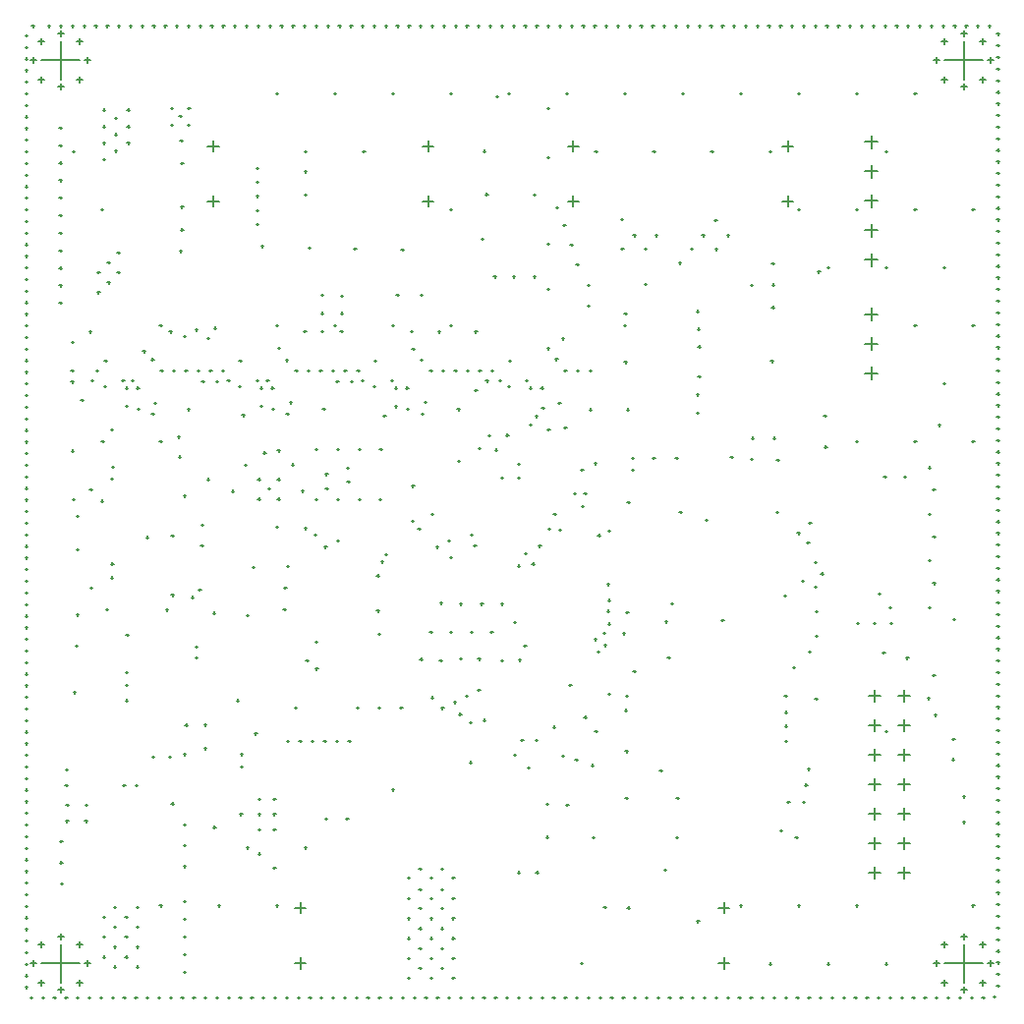
<source format=gbr>
G04*
G04 #@! TF.GenerationSoftware,Altium Limited,Altium Designer,24.1.2 (44)*
G04*
G04 Layer_Color=128*
%FSLAX44Y44*%
%MOMM*%
G71*
G04*
G04 #@! TF.SameCoordinates,1E1B0E3F-32AE-4E86-94FA-F8EE38DC9C5D*
G04*
G04*
G04 #@! TF.FilePolarity,Positive*
G04*
G01*
G75*
%ADD19C,0.1270*%
D19*
X729103Y642165D02*
X740103D01*
X734603Y636665D02*
Y647665D01*
X729103Y667565D02*
X740103D01*
X734603Y662065D02*
Y673065D01*
X729103Y692965D02*
X740103D01*
X734603Y687465D02*
Y698465D01*
X729103Y718365D02*
X740103D01*
X734603Y712865D02*
Y723865D01*
X729103Y743765D02*
X740103D01*
X734603Y738265D02*
Y749265D01*
X729103Y544597D02*
X740103D01*
X734603Y539097D02*
Y550097D01*
X729103Y569997D02*
X740103D01*
X734603Y564497D02*
Y575497D01*
X729103Y595397D02*
X740103D01*
X734603Y589897D02*
Y600897D01*
X472753Y739997D02*
X482253D01*
X477503Y735247D02*
Y744747D01*
X657753Y739997D02*
X667253D01*
X662503Y735247D02*
Y744747D01*
X472753Y692497D02*
X482253D01*
X477503Y687747D02*
Y697247D01*
X657753Y692497D02*
X667253D01*
X662503Y687747D02*
Y697247D01*
X347753Y692497D02*
X357253D01*
X352503Y687747D02*
Y697247D01*
X162753Y692497D02*
X172253D01*
X167503Y687747D02*
Y697247D01*
X347753Y739997D02*
X357253D01*
X352503Y735247D02*
Y744747D01*
X162753Y739997D02*
X172253D01*
X167503Y735247D02*
Y744747D01*
X206253Y177497D02*
X208253D01*
X207253Y176497D02*
Y178497D01*
X219253Y177497D02*
X221253D01*
X220253Y176497D02*
Y178497D01*
X206253Y164497D02*
X208253D01*
X207253Y163497D02*
Y165497D01*
X219253Y164497D02*
X221253D01*
X220253Y163497D02*
Y165497D01*
X206253Y151497D02*
X208253D01*
X207253Y150497D02*
Y152497D01*
X219253Y151497D02*
X221253D01*
X220253Y150497D02*
Y152497D01*
X757603Y215397D02*
X767803D01*
X762703Y210297D02*
Y220497D01*
X757603Y189997D02*
X767803D01*
X762703Y184897D02*
Y195097D01*
X732203Y266197D02*
X742403D01*
X737303Y261097D02*
Y271297D01*
X757603Y266197D02*
X767803D01*
X762703Y261097D02*
Y271297D01*
X732203Y240797D02*
X742403D01*
X737303Y235697D02*
Y245897D01*
X757603Y240797D02*
X767803D01*
X762703Y235697D02*
Y245897D01*
X732203Y215397D02*
X742403D01*
X737303Y210297D02*
Y220497D01*
X732203Y189997D02*
X742403D01*
X737303Y184897D02*
Y195097D01*
X732203Y164597D02*
X742403D01*
X737303Y159497D02*
Y169697D01*
X757603Y164597D02*
X767803D01*
X762703Y159497D02*
Y169697D01*
X732203Y139197D02*
X742403D01*
X737303Y134097D02*
Y144297D01*
X757603Y139197D02*
X767803D01*
X762703Y134097D02*
Y144297D01*
X732203Y113797D02*
X742403D01*
X737303Y108697D02*
Y118897D01*
X757603Y113797D02*
X767803D01*
X762703Y108697D02*
Y118897D01*
X602753Y36197D02*
X612253D01*
X607503Y31447D02*
Y40947D01*
X237753Y83797D02*
X247253D01*
X242503Y79047D02*
Y88547D01*
X602753Y83797D02*
X612253D01*
X607503Y79047D02*
Y88547D01*
X237753Y36197D02*
X247253D01*
X242503Y31447D02*
Y40947D01*
X17063Y52437D02*
X22063D01*
X19563Y49937D02*
Y54937D01*
X49943Y19557D02*
X54943D01*
X52443Y17057D02*
Y22057D01*
X17063Y19557D02*
X22063D01*
X19563Y17057D02*
Y22057D01*
X49943Y52437D02*
X54943D01*
X52443Y49937D02*
Y54937D01*
X56753Y35997D02*
X61753D01*
X59253Y33497D02*
Y38497D01*
X33503Y13137D02*
X38503D01*
X36003Y10637D02*
Y15637D01*
X10253Y35997D02*
X15253D01*
X12753Y33497D02*
Y38497D01*
X33503Y59247D02*
X38503D01*
X36003Y56747D02*
Y61747D01*
X19503Y35997D02*
X52503D01*
X36003Y19497D02*
Y52497D01*
X795063Y52437D02*
X800063D01*
X797563Y49937D02*
Y54937D01*
X827943Y19557D02*
X832943D01*
X830443Y17057D02*
Y22057D01*
X795063Y19557D02*
X800063D01*
X797563Y17057D02*
Y22057D01*
X827943Y52437D02*
X832943D01*
X830443Y49937D02*
Y54937D01*
X834753Y35997D02*
X839753D01*
X837253Y33497D02*
Y38497D01*
X811503Y13137D02*
X816503D01*
X814003Y10637D02*
Y15637D01*
X788253Y35997D02*
X793253D01*
X790753Y33497D02*
Y38497D01*
X811503Y59247D02*
X816503D01*
X814003Y56747D02*
Y61747D01*
X797503Y35997D02*
X830503D01*
X814003Y19497D02*
Y52497D01*
X17063Y830437D02*
X22063D01*
X19563Y827937D02*
Y832937D01*
X49943Y797557D02*
X54943D01*
X52443Y795057D02*
Y800057D01*
X17063Y797557D02*
X22063D01*
X19563Y795057D02*
Y800057D01*
X49943Y830437D02*
X54943D01*
X52443Y827937D02*
Y832937D01*
X56753Y813997D02*
X61753D01*
X59253Y811497D02*
Y816497D01*
X33503Y791137D02*
X38503D01*
X36003Y788637D02*
Y793637D01*
X10253Y813997D02*
X15253D01*
X12753Y811497D02*
Y816497D01*
X33503Y837247D02*
X38503D01*
X36003Y834747D02*
Y839747D01*
X19503Y813997D02*
X52503D01*
X36003Y797497D02*
Y830497D01*
X795063Y830437D02*
X800063D01*
X797563Y827937D02*
Y832937D01*
X827943Y797557D02*
X832943D01*
X830443Y795057D02*
Y800057D01*
X795063Y797557D02*
X800063D01*
X797563Y795057D02*
Y800057D01*
X827943Y830437D02*
X832943D01*
X830443Y827937D02*
Y832937D01*
X834753Y813997D02*
X839753D01*
X837253Y811497D02*
Y816497D01*
X811503Y791137D02*
X816503D01*
X814003Y788637D02*
Y793637D01*
X788253Y813997D02*
X793253D01*
X790753Y811497D02*
Y816497D01*
X811503Y837247D02*
X816503D01*
X814003Y834747D02*
Y839747D01*
X797503Y813997D02*
X830503D01*
X814003Y797497D02*
Y830497D01*
X835321Y843614D02*
X837321D01*
X836321Y842614D02*
Y844614D01*
X842620Y526780D02*
X844620D01*
X843620Y525779D02*
Y527780D01*
X5386Y35503D02*
X7386D01*
X6386Y34504D02*
Y36504D01*
X842620Y586779D02*
X844620D01*
X843620Y585779D02*
Y587779D01*
X5386Y645502D02*
X7386D01*
X6386Y644502D02*
Y646502D01*
X5386Y425503D02*
X7386D01*
X6386Y424503D02*
Y426503D01*
X5386Y405503D02*
X7386D01*
X6386Y404503D02*
Y406503D01*
X739856Y6379D02*
X741857D01*
X740856Y5379D02*
Y7379D01*
X249858Y6379D02*
X251857D01*
X250858Y5379D02*
Y7379D01*
X459857Y6379D02*
X461857D01*
X460857Y5379D02*
Y7379D01*
X659857Y6379D02*
X661857D01*
X660857Y5379D02*
Y7379D01*
X842620Y406780D02*
X844620D01*
X843620Y405780D02*
Y407780D01*
X315322Y843614D02*
X317322D01*
X316322Y842614D02*
Y844614D01*
X25323Y843614D02*
X27323D01*
X26323Y842614D02*
Y844614D01*
X729856Y6379D02*
X731857D01*
X730856Y5379D02*
Y7379D01*
X415322Y843614D02*
X417322D01*
X416322Y842614D02*
Y844614D01*
X5386Y335503D02*
X7386D01*
X6386Y334503D02*
Y336503D01*
X399857Y6379D02*
X401857D01*
X400857Y5379D02*
Y7379D01*
X842620Y306780D02*
X844620D01*
X843620Y305780D02*
Y307780D01*
X245322Y843614D02*
X247322D01*
X246322Y842614D02*
Y844614D01*
X495322Y843614D02*
X497322D01*
X496322Y842614D02*
Y844614D01*
X5386Y715502D02*
X7386D01*
X6386Y714502D02*
Y716502D01*
X5386Y385503D02*
X7386D01*
X6386Y384503D02*
Y386503D01*
X5386Y255503D02*
X7386D01*
X6386Y254503D02*
Y256503D01*
X5386Y835502D02*
X7386D01*
X6386Y834502D02*
Y836502D01*
X842620Y156780D02*
X844620D01*
X843620Y155780D02*
Y157780D01*
X805321Y843614D02*
X807321D01*
X806321Y842614D02*
Y844614D01*
X429857Y6379D02*
X431857D01*
X430857Y5379D02*
Y7379D01*
X99858Y6379D02*
X101858D01*
X100858Y5379D02*
Y7379D01*
X735321Y843614D02*
X737321D01*
X736321Y842614D02*
Y844614D01*
X842620Y186780D02*
X844620D01*
X843620Y185780D02*
Y187780D01*
X65323Y843614D02*
X67323D01*
X66323Y842614D02*
Y844614D01*
X159858Y6379D02*
X161858D01*
X160858Y5379D02*
Y7379D01*
X5386Y545503D02*
X7386D01*
X6386Y544502D02*
Y546502D01*
X439857Y6379D02*
X441857D01*
X440857Y5379D02*
Y7379D01*
X279857Y6379D02*
X281857D01*
X280857Y5379D02*
Y7379D01*
X842620Y216780D02*
X844620D01*
X843620Y215780D02*
Y217780D01*
X395322Y843614D02*
X397322D01*
X396322Y842614D02*
Y844614D01*
X629857Y6379D02*
X631857D01*
X630857Y5379D02*
Y7379D01*
X365322Y843614D02*
X367322D01*
X366322Y842614D02*
Y844614D01*
X325322Y843614D02*
X327322D01*
X326322Y842614D02*
Y844614D01*
X5386Y305503D02*
X7386D01*
X6386Y304503D02*
Y306503D01*
X29858Y6379D02*
X31858D01*
X30858Y5379D02*
Y7379D01*
X389857Y6379D02*
X391857D01*
X390857Y5379D02*
Y7379D01*
X5386Y775502D02*
X7386D01*
X6386Y774502D02*
Y776502D01*
X5386Y735502D02*
X7386D01*
X6386Y734502D02*
Y736502D01*
X5386Y665502D02*
X7386D01*
X6386Y664502D02*
Y666502D01*
X469857Y6379D02*
X471857D01*
X470857Y5379D02*
Y7379D01*
X559857Y6379D02*
X561857D01*
X560857Y5379D02*
Y7379D01*
X842620Y616779D02*
X844620D01*
X843620Y615779D02*
Y617779D01*
X5386Y635502D02*
X7386D01*
X6386Y634502D02*
Y636502D01*
X125323Y843614D02*
X127323D01*
X126323Y842614D02*
Y844614D01*
X5386Y455503D02*
X7386D01*
X6386Y454503D02*
Y456503D01*
X95323Y843614D02*
X97323D01*
X96323Y842614D02*
Y844614D01*
X842620Y176780D02*
X844620D01*
X843620Y175780D02*
Y177780D01*
X5386Y355503D02*
X7386D01*
X6386Y354503D02*
Y356503D01*
X842620Y786779D02*
X844620D01*
X843620Y785779D02*
Y787779D01*
X699857Y6379D02*
X701857D01*
X700857Y5379D02*
Y7379D01*
X599857Y6379D02*
X601857D01*
X600857Y5379D02*
Y7379D01*
X715322Y843614D02*
X717321D01*
X716321Y842614D02*
Y844614D01*
X585322Y843614D02*
X587322D01*
X586322Y842614D02*
Y844614D01*
X842620Y366780D02*
X844620D01*
X843620Y365780D02*
Y367780D01*
X842620Y556779D02*
X844620D01*
X843620Y555779D02*
Y557779D01*
X555322Y843614D02*
X557322D01*
X556322Y842614D02*
Y844614D01*
X609857Y6379D02*
X611857D01*
X610857Y5379D02*
Y7379D01*
X355322Y843614D02*
X357322D01*
X356322Y842614D02*
Y844614D01*
X842620Y86780D02*
X844620D01*
X843620Y85780D02*
Y87780D01*
X5386Y525503D02*
X7386D01*
X6386Y524502D02*
Y526502D01*
X669857Y6379D02*
X671857D01*
X670857Y5379D02*
Y7379D01*
X5386Y815502D02*
X7386D01*
X6386Y814502D02*
Y816502D01*
X842620Y276780D02*
X844620D01*
X843620Y275780D02*
Y277780D01*
X842620Y66780D02*
X844620D01*
X843620Y65780D02*
Y67780D01*
X685322Y843614D02*
X687321D01*
X686321Y842614D02*
Y844614D01*
X19858Y6379D02*
X21858D01*
X20858Y5379D02*
Y7379D01*
X229858Y6379D02*
X231857D01*
X230858Y5379D02*
Y7379D01*
X5386Y595502D02*
X7386D01*
X6386Y594502D02*
Y596502D01*
X649857Y6379D02*
X651857D01*
X650857Y5379D02*
Y7379D01*
X842620Y566779D02*
X844620D01*
X843620Y565779D02*
Y567779D01*
X605322Y843614D02*
X607322D01*
X606322Y842614D02*
Y844614D01*
X779856Y6379D02*
X781856D01*
X780856Y5379D02*
Y7379D01*
X525322Y843614D02*
X527322D01*
X526322Y842614D02*
Y844614D01*
X209858Y6379D02*
X211857D01*
X210858Y5379D02*
Y7379D01*
X449857Y6379D02*
X451857D01*
X450857Y5379D02*
Y7379D01*
X5386Y795502D02*
X7386D01*
X6386Y794502D02*
Y796502D01*
X149858Y6379D02*
X151858D01*
X150858Y5379D02*
Y7379D01*
X842620Y476780D02*
X844620D01*
X843620Y475780D02*
Y477780D01*
X215322Y843614D02*
X217323D01*
X216322Y842614D02*
Y844614D01*
X815321Y843614D02*
X817321D01*
X816321Y842614D02*
Y844614D01*
X5386Y465503D02*
X7386D01*
X6386Y464503D02*
Y466503D01*
X259857Y6379D02*
X261857D01*
X260857Y5379D02*
Y7379D01*
X842620Y16781D02*
X844620D01*
X843620Y15781D02*
Y17780D01*
X5386Y535503D02*
X7386D01*
X6386Y534502D02*
Y536502D01*
X842620Y426780D02*
X844620D01*
X843620Y425780D02*
Y427780D01*
X5386Y625502D02*
X7386D01*
X6386Y624502D02*
Y626502D01*
X379857Y6379D02*
X381857D01*
X380857Y5379D02*
Y7379D01*
X589857Y6379D02*
X591857D01*
X590857Y5379D02*
Y7379D01*
X11233Y843614D02*
X13233D01*
X12233Y842614D02*
Y844614D01*
X842620Y416780D02*
X844620D01*
X843620Y415780D02*
Y417780D01*
X842620Y686779D02*
X844620D01*
X843620Y685779D02*
Y687779D01*
X505322Y843614D02*
X507322D01*
X506322Y842614D02*
Y844614D01*
X5386Y165503D02*
X7386D01*
X6386Y164503D02*
Y166503D01*
X842620Y316780D02*
X844620D01*
X843620Y315780D02*
Y317780D01*
X385322Y843614D02*
X387322D01*
X386322Y842614D02*
Y844614D01*
X5386Y435503D02*
X7386D01*
X6386Y434503D02*
Y436503D01*
X769856Y6379D02*
X771856D01*
X770856Y5379D02*
Y7379D01*
X319857Y6379D02*
X321857D01*
X320857Y5379D02*
Y7379D01*
X842620Y726779D02*
X844620D01*
X843620Y725779D02*
Y727779D01*
X842620Y266780D02*
X844620D01*
X843620Y265780D02*
Y267780D01*
X539857Y6379D02*
X541857D01*
X540857Y5379D02*
Y7379D01*
X535322Y843614D02*
X537322D01*
X536322Y842614D02*
Y844614D01*
X169858Y6379D02*
X171858D01*
X170858Y5379D02*
Y7379D01*
X829856Y6379D02*
X831856D01*
X830856Y5379D02*
Y7379D01*
X842620Y706779D02*
X844620D01*
X843620Y705779D02*
Y707779D01*
X5386Y225503D02*
X7386D01*
X6386Y224503D02*
Y226503D01*
X239858Y6379D02*
X241857D01*
X240858Y5379D02*
Y7379D01*
X842620Y806779D02*
X844620D01*
X843620Y805779D02*
Y807779D01*
X5386Y125503D02*
X7386D01*
X6386Y124503D02*
Y126503D01*
X842620Y146780D02*
X844620D01*
X843620Y145780D02*
Y147780D01*
X842620Y126780D02*
X844620D01*
X843620Y125780D02*
Y127780D01*
X842620Y206780D02*
X844620D01*
X843620Y205780D02*
Y207780D01*
X5386Y825502D02*
X7386D01*
X6386Y824502D02*
Y826502D01*
X5386Y565503D02*
X7386D01*
X6386Y564502D02*
Y566502D01*
X155323Y843614D02*
X157323D01*
X156323Y842614D02*
Y844614D01*
X135323Y843614D02*
X137323D01*
X136323Y842614D02*
Y844614D01*
X789856Y6379D02*
X791856D01*
X790856Y5379D02*
Y7379D01*
X85323Y843614D02*
X87323D01*
X86323Y842614D02*
Y844614D01*
X5386Y765502D02*
X7386D01*
X6386Y764502D02*
Y766502D01*
X289857Y6379D02*
X291857D01*
X290857Y5379D02*
Y7379D01*
X5386Y185503D02*
X7386D01*
X6386Y184503D02*
Y186503D01*
X5386Y275503D02*
X7386D01*
X6386Y274503D02*
Y276503D01*
X435322Y843614D02*
X437322D01*
X436322Y842614D02*
Y844614D01*
X575322Y843614D02*
X577322D01*
X576322Y842614D02*
Y844614D01*
X819856Y6379D02*
X821856D01*
X820856Y5379D02*
Y7379D01*
X285322Y843614D02*
X287322D01*
X286322Y842614D02*
Y844614D01*
X842620Y356780D02*
X844620D01*
X843620Y355780D02*
Y357780D01*
X549857Y6379D02*
X551857D01*
X550857Y5379D02*
Y7379D01*
X842620Y576779D02*
X844620D01*
X843620Y575779D02*
Y577779D01*
X745321Y843614D02*
X747321D01*
X746321Y842614D02*
Y844614D01*
X545322Y843614D02*
X547322D01*
X546322Y842614D02*
Y844614D01*
X842620Y196780D02*
X844620D01*
X843620Y195780D02*
Y197780D01*
X369857Y6379D02*
X371857D01*
X370857Y5379D02*
Y7379D01*
X425322Y843614D02*
X427322D01*
X426322Y842614D02*
Y844614D01*
X5386Y785502D02*
X7386D01*
X6386Y784502D02*
Y786502D01*
X5386Y745502D02*
X7386D01*
X6386Y744502D02*
Y746502D01*
X675322Y843614D02*
X677322D01*
X676322Y842614D02*
Y844614D01*
X305322Y843614D02*
X307322D01*
X306322Y842614D02*
Y844614D01*
X275322Y843614D02*
X277322D01*
X276322Y842614D02*
Y844614D01*
X185322Y843614D02*
X187323D01*
X186322Y842614D02*
Y844614D01*
X105323Y843614D02*
X107323D01*
X106323Y842614D02*
Y844614D01*
X5386Y575502D02*
X7386D01*
X6386Y574502D02*
Y576502D01*
X842620Y646779D02*
X844620D01*
X843620Y645779D02*
Y647779D01*
X842620Y776779D02*
X844620D01*
X843620Y775779D02*
Y777779D01*
X329857Y6379D02*
X331857D01*
X330857Y5379D02*
Y7379D01*
X842620Y226780D02*
X844620D01*
X843620Y225780D02*
Y227780D01*
X842620Y346780D02*
X844620D01*
X843620Y345780D02*
Y347780D01*
X842620Y746779D02*
X844620D01*
X843620Y745779D02*
Y747779D01*
X615322Y843614D02*
X617322D01*
X616322Y842614D02*
Y844614D01*
X375322Y843614D02*
X377322D01*
X376322Y842614D02*
Y844614D01*
X795321Y843614D02*
X797321D01*
X796321Y842614D02*
Y844614D01*
X345322Y843614D02*
X347322D01*
X346322Y842614D02*
Y844614D01*
X175323Y843614D02*
X177323D01*
X176323Y842614D02*
Y844614D01*
X69858Y6379D02*
X71858D01*
X70858Y5379D02*
Y7379D01*
X5386Y615502D02*
X7386D01*
X6386Y614502D02*
Y616502D01*
X265322Y843614D02*
X267322D01*
X266322Y842614D02*
Y844614D01*
X339857Y6379D02*
X341857D01*
X340857Y5379D02*
Y7379D01*
X842620Y246780D02*
X844620D01*
X843620Y245780D02*
Y247780D01*
X842620Y736779D02*
X844620D01*
X843620Y735779D02*
Y737779D01*
X109858Y6379D02*
X111858D01*
X110858Y5379D02*
Y7379D01*
X5386Y95503D02*
X7386D01*
X6386Y94503D02*
Y96503D01*
X842620Y436780D02*
X844620D01*
X843620Y435780D02*
Y437780D01*
X655322Y843614D02*
X657322D01*
X656322Y842614D02*
Y844614D01*
X479857Y6379D02*
X481857D01*
X480857Y5379D02*
Y7379D01*
X842620Y456780D02*
X844620D01*
X843620Y455780D02*
Y457780D01*
X295322Y843614D02*
X297322D01*
X296322Y842614D02*
Y844614D01*
X759856Y6379D02*
X761856D01*
X760856Y5379D02*
Y7379D01*
X509857Y6379D02*
X511857D01*
X510857Y5379D02*
Y7379D01*
X842620Y626779D02*
X844620D01*
X843620Y625779D02*
Y627779D01*
X842620Y756779D02*
X844620D01*
X843620Y755779D02*
Y757779D01*
X79858Y6379D02*
X81858D01*
X80858Y5379D02*
Y7379D01*
X695322Y843614D02*
X697321D01*
X696321Y842614D02*
Y844614D01*
X45323Y843614D02*
X47323D01*
X46323Y842614D02*
Y844614D01*
X5386Y175503D02*
X7386D01*
X6386Y174503D02*
Y176503D01*
X349857Y6379D02*
X351857D01*
X350857Y5379D02*
Y7379D01*
X842620Y466780D02*
X844620D01*
X843620Y465780D02*
Y467780D01*
X775321Y843614D02*
X777321D01*
X776321Y842614D02*
Y844614D01*
X419857Y6379D02*
X421857D01*
X420857Y5379D02*
Y7379D01*
X842620Y336780D02*
X844620D01*
X843620Y335780D02*
Y337780D01*
X5386Y485503D02*
X7386D01*
X6386Y484503D02*
Y486503D01*
X842620Y166780D02*
X844620D01*
X843620Y165780D02*
Y167780D01*
X5386Y85503D02*
X7386D01*
X6386Y84503D02*
Y86503D01*
X335322Y843614D02*
X337322D01*
X336322Y842614D02*
Y844614D01*
X5386Y695502D02*
X7386D01*
X6386Y694502D02*
Y696502D01*
X5386Y755502D02*
X7386D01*
X6386Y754502D02*
Y756502D01*
X485322Y843614D02*
X487322D01*
X486322Y842614D02*
Y844614D01*
X5386Y705502D02*
X7386D01*
X6386Y704502D02*
Y706502D01*
X199858Y6379D02*
X201858D01*
X200858Y5379D02*
Y7379D01*
X499857Y6379D02*
X501857D01*
X500857Y5379D02*
Y7379D01*
X5386Y585502D02*
X7386D01*
X6386Y584502D02*
Y586502D01*
X49858Y6379D02*
X51858D01*
X50858Y5379D02*
Y7379D01*
X619857Y6379D02*
X621857D01*
X620857Y5379D02*
Y7379D01*
X842620Y296780D02*
X844620D01*
X843620Y295780D02*
Y297780D01*
X842620Y116780D02*
X844620D01*
X843620Y115780D02*
Y117780D01*
X842620Y796779D02*
X844620D01*
X843620Y795779D02*
Y797779D01*
X842620Y506780D02*
X844620D01*
X843620Y505779D02*
Y507780D01*
X725322Y843614D02*
X727321D01*
X726321Y842614D02*
Y844614D01*
X455322Y843614D02*
X457322D01*
X456322Y842614D02*
Y844614D01*
X842620Y816779D02*
X844620D01*
X843620Y815779D02*
Y817779D01*
X842620Y596779D02*
X844620D01*
X843620Y595779D02*
Y597779D01*
X785321Y843614D02*
X787321D01*
X786321Y842614D02*
Y844614D01*
X635322Y843614D02*
X637322D01*
X636322Y842614D02*
Y844614D01*
X5386Y45504D02*
X7386D01*
X6386Y44503D02*
Y46504D01*
X465322Y843614D02*
X467322D01*
X466322Y842614D02*
Y844614D01*
X842620Y46780D02*
X844620D01*
X843620Y45780D02*
Y47780D01*
X489857Y6379D02*
X491857D01*
X490857Y5379D02*
Y7379D01*
X5386Y265503D02*
X7386D01*
X6386Y264503D02*
Y266503D01*
X5386Y15504D02*
X7386D01*
X6386Y14504D02*
Y16503D01*
X842620Y516780D02*
X844620D01*
X843620Y515779D02*
Y517780D01*
X565322Y843614D02*
X567322D01*
X566322Y842614D02*
Y844614D01*
X165323Y843614D02*
X167323D01*
X166323Y842614D02*
Y844614D01*
X5386Y605502D02*
X7386D01*
X6386Y604502D02*
Y606502D01*
X179858Y6379D02*
X181858D01*
X180858Y5379D02*
Y7379D01*
X5386Y155503D02*
X7386D01*
X6386Y154503D02*
Y156503D01*
X5386Y105503D02*
X7386D01*
X6386Y104503D02*
Y106503D01*
X842620Y36780D02*
X844620D01*
X843620Y35780D02*
Y37780D01*
X235322Y843614D02*
X237322D01*
X236322Y842614D02*
Y844614D01*
X5386Y395503D02*
X7386D01*
X6386Y394503D02*
Y396503D01*
X5386Y725502D02*
X7386D01*
X6386Y724502D02*
Y726502D01*
X5386Y515503D02*
X7386D01*
X6386Y514503D02*
Y516502D01*
X5386Y805502D02*
X7386D01*
X6386Y804502D02*
Y806502D01*
X5386Y75503D02*
X7386D01*
X6386Y74503D02*
Y76503D01*
X645322Y843614D02*
X647322D01*
X646322Y842614D02*
Y844614D01*
X5386Y135503D02*
X7386D01*
X6386Y134503D02*
Y136503D01*
X5386Y145503D02*
X7386D01*
X6386Y144503D02*
Y146503D01*
X639857Y6379D02*
X641857D01*
X640857Y5379D02*
Y7379D01*
X842620Y26781D02*
X844620D01*
X843620Y25780D02*
Y27780D01*
X359857Y6379D02*
X361857D01*
X360857Y5379D02*
Y7379D01*
X5386Y445503D02*
X7386D01*
X6386Y444503D02*
Y446503D01*
X842620Y106780D02*
X844620D01*
X843620Y105780D02*
Y107780D01*
X405322Y843614D02*
X407322D01*
X406322Y842614D02*
Y844614D01*
X255322Y843614D02*
X257322D01*
X256322Y842614D02*
Y844614D01*
X5386Y365503D02*
X7386D01*
X6386Y364503D02*
Y366503D01*
X189858Y6379D02*
X191858D01*
X190858Y5379D02*
Y7379D01*
X665322Y843614D02*
X667322D01*
X666322Y842614D02*
Y844614D01*
X5386Y295503D02*
X7386D01*
X6386Y294503D02*
Y296503D01*
X842620Y396780D02*
X844620D01*
X843620Y395780D02*
Y397780D01*
X5386Y345503D02*
X7386D01*
X6386Y344503D02*
Y346503D01*
X842620Y536779D02*
X844620D01*
X843620Y535779D02*
Y537779D01*
X59858Y6379D02*
X61858D01*
X60858Y5379D02*
Y7379D01*
X842620Y666779D02*
X844620D01*
X843620Y665779D02*
Y667779D01*
X569857Y6379D02*
X571857D01*
X570857Y5379D02*
Y7379D01*
X765321Y843614D02*
X767321D01*
X766321Y842614D02*
Y844614D01*
X55323Y843614D02*
X57323D01*
X56323Y842614D02*
Y844614D01*
X5386Y505503D02*
X7386D01*
X6386Y504503D02*
Y506503D01*
X529857Y6379D02*
X531857D01*
X530857Y5379D02*
Y7379D01*
X5386Y65504D02*
X7386D01*
X6386Y64503D02*
Y66503D01*
X269857Y6379D02*
X271857D01*
X270857Y5379D02*
Y7379D01*
X195322Y843614D02*
X197323D01*
X196322Y842614D02*
Y844614D01*
X75323Y843614D02*
X77323D01*
X76323Y842614D02*
Y844614D01*
X842620Y256780D02*
X844620D01*
X843620Y255780D02*
Y257780D01*
X5386Y495503D02*
X7386D01*
X6386Y494503D02*
Y496503D01*
X842620Y286780D02*
X844620D01*
X843620Y285780D02*
Y287780D01*
X842620Y326780D02*
X844620D01*
X843620Y325780D02*
Y327780D01*
X842620Y376780D02*
X844620D01*
X843620Y375780D02*
Y377780D01*
X842620Y446780D02*
X844620D01*
X843620Y445780D02*
Y447780D01*
X625322Y843614D02*
X627322D01*
X626322Y842614D02*
Y844614D01*
X299857Y6379D02*
X301857D01*
X300857Y5379D02*
Y7379D01*
X5386Y55504D02*
X7386D01*
X6386Y54503D02*
Y56504D01*
X689857Y6379D02*
X691857D01*
X690857Y5379D02*
Y7379D01*
X842620Y56780D02*
X844620D01*
X843620Y55780D02*
Y57780D01*
X842620Y546779D02*
X844620D01*
X843620Y545779D02*
Y547779D01*
X842620Y606779D02*
X844620D01*
X843620Y605779D02*
Y607779D01*
X519857Y6379D02*
X521857D01*
X520857Y5379D02*
Y7379D01*
X749856Y6379D02*
X751857D01*
X750856Y5379D02*
Y7379D01*
X839824Y7179D02*
X841824D01*
X840824Y6179D02*
Y8179D01*
X842620Y826779D02*
X844620D01*
X843620Y825779D02*
Y827779D01*
X5386Y315503D02*
X7386D01*
X6386Y314503D02*
Y316503D01*
X799856Y6379D02*
X801856D01*
X800856Y5379D02*
Y7379D01*
X705322Y843614D02*
X707321D01*
X706321Y842614D02*
Y844614D01*
X39858Y6379D02*
X41858D01*
X40858Y5379D02*
Y7379D01*
X445322Y843614D02*
X447322D01*
X446322Y842614D02*
Y844614D01*
X842620Y696779D02*
X844620D01*
X843620Y695779D02*
Y697779D01*
X409857Y6379D02*
X411857D01*
X410857Y5379D02*
Y7379D01*
X205322Y843614D02*
X207323D01*
X206322Y842614D02*
Y844614D01*
X9860Y6560D02*
X11860D01*
X10860Y5560D02*
Y7560D01*
X842620Y656779D02*
X844620D01*
X843620Y655779D02*
Y657779D01*
X842620Y716779D02*
X844620D01*
X843620Y715779D02*
Y717779D01*
X679857Y6379D02*
X681857D01*
X680857Y5379D02*
Y7379D01*
X5386Y555503D02*
X7386D01*
X6386Y554502D02*
Y556502D01*
X579857Y6379D02*
X581857D01*
X580857Y5379D02*
Y7379D01*
X842620Y676779D02*
X844620D01*
X843620Y675779D02*
Y677779D01*
X825321Y843614D02*
X827321D01*
X826321Y842614D02*
Y844614D01*
X842620Y76780D02*
X844620D01*
X843620Y75780D02*
Y77780D01*
X842620Y836779D02*
X844620D01*
X843620Y835779D02*
Y837779D01*
X35323Y843614D02*
X37323D01*
X36323Y842614D02*
Y844614D01*
X842620Y136780D02*
X844620D01*
X843620Y135780D02*
Y137780D01*
X5386Y285503D02*
X7386D01*
X6386Y284503D02*
Y286503D01*
X145323Y843614D02*
X147323D01*
X146323Y842614D02*
Y844614D01*
X5386Y685502D02*
X7386D01*
X6386Y684502D02*
Y686502D01*
X225322Y843614D02*
X227323D01*
X226322Y842614D02*
Y844614D01*
X309857Y6379D02*
X311857D01*
X310857Y5379D02*
Y7379D01*
X842620Y96780D02*
X844620D01*
X843620Y95780D02*
Y97780D01*
X842620Y766779D02*
X844620D01*
X843620Y765779D02*
Y767779D01*
X475322Y843614D02*
X477322D01*
X476322Y842614D02*
Y844614D01*
X809856Y6379D02*
X811856D01*
X810856Y5379D02*
Y7379D01*
X842620Y636779D02*
X844620D01*
X843620Y635779D02*
Y637779D01*
X119858Y6379D02*
X121858D01*
X120858Y5379D02*
Y7379D01*
X115323Y843614D02*
X117323D01*
X116323Y842614D02*
Y844614D01*
X755321Y843614D02*
X757321D01*
X756321Y842614D02*
Y844614D01*
X5386Y325503D02*
X7386D01*
X6386Y324503D02*
Y326503D01*
X89858Y6379D02*
X91858D01*
X90858Y5379D02*
Y7379D01*
X5386Y25503D02*
X7386D01*
X6386Y24504D02*
Y26504D01*
X219858Y6379D02*
X221857D01*
X220858Y5379D02*
Y7379D01*
X842620Y386780D02*
X844620D01*
X843620Y385780D02*
Y387780D01*
X515322Y843614D02*
X517322D01*
X516322Y842614D02*
Y844614D01*
X139858Y6379D02*
X141858D01*
X140858Y5379D02*
Y7379D01*
X5386Y655502D02*
X7386D01*
X6386Y654502D02*
Y656502D01*
X5386Y115503D02*
X7386D01*
X6386Y114503D02*
Y116503D01*
X5386Y375503D02*
X7386D01*
X6386Y374503D02*
Y376503D01*
X5386Y215503D02*
X7386D01*
X6386Y214503D02*
Y216503D01*
X5386Y475503D02*
X7386D01*
X6386Y474503D02*
Y476503D01*
X842620Y236780D02*
X844620D01*
X843620Y235780D02*
Y237780D01*
X595322Y843614D02*
X597322D01*
X596322Y842614D02*
Y844614D01*
X5386Y245503D02*
X7386D01*
X6386Y244503D02*
Y246503D01*
X5386Y235503D02*
X7386D01*
X6386Y234503D02*
Y236503D01*
X5386Y415503D02*
X7386D01*
X6386Y414503D02*
Y416503D01*
X5386Y675502D02*
X7386D01*
X6386Y674502D02*
Y676502D01*
X5386Y205503D02*
X7386D01*
X6386Y204503D02*
Y206503D01*
X5386Y195503D02*
X7386D01*
X6386Y194503D02*
Y196503D01*
X129858Y6379D02*
X131858D01*
X130858Y5379D02*
Y7379D01*
X709856Y6379D02*
X711857D01*
X710856Y5379D02*
Y7379D01*
X719856Y6379D02*
X721857D01*
X720856Y5379D02*
Y7379D01*
X842620Y486780D02*
X844620D01*
X843620Y485779D02*
Y487780D01*
X842620Y496780D02*
X844620D01*
X843620Y495779D02*
Y497780D01*
X821286Y685782D02*
X823286D01*
X822286Y684782D02*
Y686782D01*
X796286Y635782D02*
X798286D01*
X797286Y634782D02*
Y636782D01*
X821286Y585782D02*
X823286D01*
X822286Y584782D02*
Y586782D01*
X796286Y535782D02*
X798286D01*
X797286Y534782D02*
Y536782D01*
X821286Y485782D02*
X823286D01*
X822286Y484782D02*
Y486782D01*
X821286Y85782D02*
X823286D01*
X822286Y84782D02*
Y86782D01*
X771286Y785782D02*
X773286D01*
X772286Y784782D02*
Y786782D01*
X746286Y735782D02*
X748286D01*
X747286Y734782D02*
Y736782D01*
X771286Y685782D02*
X773286D01*
X772286Y684782D02*
Y686782D01*
X746286Y635782D02*
X748286D01*
X747286Y634782D02*
Y636782D01*
X771286Y585782D02*
X773286D01*
X772286Y584782D02*
Y586782D01*
X771286Y485782D02*
X773286D01*
X772286Y484782D02*
Y486782D01*
X746286Y235782D02*
X748286D01*
X747286Y234782D02*
Y236782D01*
X746286Y35782D02*
X748286D01*
X747286Y34782D02*
Y36782D01*
X721286Y785782D02*
X723286D01*
X722286Y784782D02*
Y786782D01*
X721286Y685782D02*
X723286D01*
X722286Y684782D02*
Y686782D01*
X696286Y635782D02*
X698286D01*
X697286Y634782D02*
Y636782D01*
X721286Y485782D02*
X723286D01*
X722286Y484782D02*
Y486782D01*
X721286Y85782D02*
X723286D01*
X722286Y84782D02*
Y86782D01*
X696286Y35782D02*
X698286D01*
X697286Y34782D02*
Y36782D01*
X671286Y785782D02*
X673286D01*
X672286Y784782D02*
Y786782D01*
X646286Y735782D02*
X648286D01*
X647286Y734782D02*
Y736782D01*
X671286Y685782D02*
X673286D01*
X672286Y684782D02*
Y686782D01*
X671286Y85782D02*
X673286D01*
X672286Y84782D02*
Y86782D01*
X646286Y35782D02*
X648286D01*
X647286Y34782D02*
Y36782D01*
X621286Y785782D02*
X623286D01*
X622286Y784782D02*
Y786782D01*
X596286Y735782D02*
X598286D01*
X597286Y734782D02*
Y736782D01*
X621286Y85782D02*
X623286D01*
X622286Y84782D02*
Y86782D01*
X571286Y785782D02*
X573286D01*
X572286Y784782D02*
Y786782D01*
X546286Y735782D02*
X548286D01*
X547286Y734782D02*
Y736782D01*
X521286Y785782D02*
X523286D01*
X522286Y784782D02*
Y786782D01*
X496286Y735782D02*
X498286D01*
X497286Y734782D02*
Y736782D01*
X521286Y585782D02*
X523286D01*
X522286Y584782D02*
Y586782D01*
X496286Y235782D02*
X498286D01*
X497286Y234782D02*
Y236782D01*
X471286Y785782D02*
X473286D01*
X472286Y784782D02*
Y786782D01*
X421286Y785782D02*
X423286D01*
X422286Y784782D02*
Y786782D01*
X371286Y785782D02*
X373286D01*
X372286Y784782D02*
Y786782D01*
X371286Y685782D02*
X373286D01*
X372286Y684782D02*
Y686782D01*
X371286Y585782D02*
X373286D01*
X372286Y584782D02*
Y586782D01*
X371286Y385782D02*
X373286D01*
X372286Y384782D02*
Y386782D01*
X321286Y785782D02*
X323286D01*
X322286Y784782D02*
Y786782D01*
X296286Y735782D02*
X298286D01*
X297286Y734782D02*
Y736782D01*
X321286Y585782D02*
X323286D01*
X322286Y584782D02*
Y586782D01*
X321286Y185782D02*
X323286D01*
X322286Y184782D02*
Y186782D01*
X271286Y785782D02*
X273286D01*
X272286Y784782D02*
Y786782D01*
X246286Y735782D02*
X248286D01*
X247286Y734782D02*
Y736782D01*
X271286Y585782D02*
X273286D01*
X272286Y584782D02*
Y586782D01*
X246286Y135782D02*
X248286D01*
X247286Y134782D02*
Y136782D01*
X221286Y785782D02*
X223286D01*
X222286Y784782D02*
Y786782D01*
X221286Y585782D02*
X223286D01*
X222286Y584782D02*
Y586782D01*
X196286Y335782D02*
X198286D01*
X197286Y334782D02*
Y336782D01*
X196286Y135782D02*
X198286D01*
X197286Y134782D02*
Y136782D01*
X221286Y85782D02*
X223286D01*
X222286Y84782D02*
Y86782D01*
X171286Y85782D02*
X173286D01*
X172286Y84782D02*
Y86782D01*
X121286Y585782D02*
X123286D01*
X122286Y584782D02*
Y586782D01*
X121286Y485782D02*
X123286D01*
X122286Y484782D02*
Y486782D01*
X121286Y85782D02*
X123286D01*
X122286Y84782D02*
Y86782D01*
X46286Y735782D02*
X48286D01*
X47286Y734782D02*
Y736782D01*
X71286Y485782D02*
X73286D01*
X72286Y484782D02*
Y486782D01*
X46286Y435782D02*
X48286D01*
X47286Y434782D02*
Y436782D01*
X507923Y268393D02*
X509923D01*
X508923Y267393D02*
Y269393D01*
X62132Y538082D02*
X64132D01*
X63132Y537082D02*
Y539082D01*
X106876Y563391D02*
X108876D01*
X107876Y562391D02*
Y564391D01*
X189529Y533385D02*
X191530D01*
X190529Y532385D02*
Y534385D01*
X136872Y489714D02*
X138872D01*
X137872Y488714D02*
Y490714D01*
X291371Y546793D02*
X293371D01*
X292371Y545793D02*
Y547793D01*
X295103Y538251D02*
X297103D01*
X296103Y537251D02*
Y539251D01*
X605449Y331746D02*
X607449D01*
X606450Y330746D02*
Y332747D01*
X379286Y250757D02*
X381286D01*
X380286Y249757D02*
Y251757D01*
X395494Y298319D02*
X397495D01*
X396494Y297319D02*
Y299319D01*
X364050Y255959D02*
X366050D01*
X365050Y254959D02*
Y256959D01*
X561650Y345912D02*
X563650D01*
X562650Y344912D02*
Y346912D01*
X495635Y466769D02*
X497635D01*
X496635Y465769D02*
Y467769D01*
X465169Y409815D02*
X467169D01*
X466169Y408815D02*
Y410815D01*
X498281Y304669D02*
X500281D01*
X499281Y303669D02*
Y305669D01*
X507398Y328642D02*
X509398D01*
X508398Y327642D02*
Y329642D01*
X338604Y447284D02*
X340604D01*
X339604Y446284D02*
Y448284D01*
X315245Y388556D02*
X317245D01*
X316245Y387556D02*
Y389556D01*
X379559Y298575D02*
X381559D01*
X380559Y297575D02*
Y299575D01*
X609870Y663194D02*
X611870D01*
X610870Y662194D02*
Y664194D01*
X588534Y663194D02*
X590534D01*
X589534Y662194D02*
Y664194D01*
X548458Y663194D02*
X550458D01*
X549458Y662194D02*
Y664194D01*
X529352Y663194D02*
X531352D01*
X530352Y662194D02*
Y664194D01*
X783860Y463310D02*
X785860D01*
X784860Y462310D02*
Y464310D01*
X783860Y423327D02*
X785860D01*
X784860Y422327D02*
Y424327D01*
X783860Y383342D02*
X785860D01*
X784860Y382342D02*
Y384342D01*
X783860Y342550D02*
X785860D01*
X784860Y341550D02*
Y343550D01*
X782844Y264414D02*
X784844D01*
X783844Y263414D02*
Y265414D01*
X245985Y410881D02*
X247985D01*
X246985Y409881D02*
Y411881D01*
X688305Y631903D02*
X690305D01*
X689305Y630903D02*
Y632903D01*
X493538Y206756D02*
X495538D01*
X494538Y205756D02*
Y207756D01*
X388344Y209296D02*
X390344D01*
X389343Y208296D02*
Y210296D01*
X438420Y204470D02*
X440420D01*
X439420Y203470D02*
Y205470D01*
X426228Y215646D02*
X428228D01*
X427228Y214646D02*
Y216646D01*
X445532Y114471D02*
X447532D01*
X446532Y113471D02*
Y115471D01*
X429528Y114419D02*
X431528D01*
X430528Y113419D02*
Y115419D01*
X569164Y424792D02*
X571164D01*
X570164Y423792D02*
Y425792D01*
X523890Y513284D02*
X525890D01*
X524889Y512285D02*
Y514285D01*
X649812Y488635D02*
X651812D01*
X650812Y487635D02*
Y489636D01*
X648732Y601218D02*
X650732D01*
X649732Y600218D02*
Y602218D01*
X245888Y718336D02*
X247888D01*
X246888Y717336D02*
Y719336D01*
X245888Y698500D02*
X247888D01*
X246888Y697500D02*
Y699500D01*
X283005Y451223D02*
X285005D01*
X284005Y450223D02*
Y452223D01*
X214521Y445285D02*
X216521D01*
X215521Y444285D02*
Y446285D01*
X205970Y453176D02*
X207970D01*
X206970Y452176D02*
Y454176D01*
X395994Y479769D02*
X397994D01*
X396994Y478769D02*
Y480769D01*
X400113Y245733D02*
X402113D01*
X401113Y244733D02*
Y246733D01*
X388344Y243545D02*
X390344D01*
X389343Y242545D02*
Y244545D01*
X190552Y164507D02*
X192552D01*
X191552Y163507D02*
Y165507D01*
X167614Y153436D02*
X169614D01*
X168614Y152436D02*
Y154436D01*
X131340Y173748D02*
X133340D01*
X132339Y172749D02*
Y174748D01*
X378391Y468893D02*
X380391D01*
X379391Y467893D02*
Y469893D01*
X205879Y436123D02*
X207879D01*
X206879Y435123D02*
Y437123D01*
X222838Y453176D02*
X224838D01*
X223838Y452176D02*
Y454176D01*
X222838Y436123D02*
X224838D01*
X223838Y435123D02*
Y437123D01*
X429590Y466519D02*
X431590D01*
X430591Y465519D02*
Y467519D01*
X430038Y454660D02*
X432038D01*
X431038Y453660D02*
Y455660D01*
X415306Y454660D02*
X417306D01*
X416306Y453660D02*
Y455660D01*
X420034Y491168D02*
X422034D01*
X421034Y490168D02*
Y492168D01*
X410390Y478508D02*
X412390D01*
X411390Y477508D02*
Y479508D01*
X404400Y491091D02*
X406400D01*
X405400Y490091D02*
Y492091D01*
X469956Y497615D02*
X471956D01*
X470956Y496615D02*
Y498615D01*
X436356Y538337D02*
X438356D01*
X437356Y537337D02*
Y539337D01*
X320325Y538301D02*
X322325D01*
X321325Y537301D02*
Y539301D01*
X97130Y538365D02*
X99130D01*
X98130Y537365D02*
Y539365D01*
X88872Y538365D02*
X90872D01*
X89873Y537365D02*
Y539365D01*
X213354Y538420D02*
X215354D01*
X214354Y537420D02*
Y539420D01*
X204294Y538433D02*
X206294D01*
X205294Y537433D02*
Y539433D01*
X398511Y660458D02*
X400511D01*
X399511Y659458D02*
Y661458D01*
X400066Y735934D02*
X402066D01*
X401066Y734934D02*
Y736934D01*
X411242Y783082D02*
X413242D01*
X412242Y782082D02*
Y784082D01*
X455414Y772918D02*
X457414D01*
X456414Y771918D02*
Y773918D01*
X454933Y656016D02*
X456933D01*
X455933Y655016D02*
Y657016D01*
X455414Y730564D02*
X457414D01*
X456414Y729565D02*
Y731564D01*
X443500Y698370D02*
X445500D01*
X444500Y697370D02*
Y699370D01*
X402243Y698696D02*
X404243D01*
X403243Y697696D02*
Y699696D01*
X585232Y541528D02*
X587232D01*
X586232Y540528D02*
Y542528D01*
X585232Y567436D02*
X587232D01*
X586232Y566436D02*
Y568436D01*
X454933Y616907D02*
X456933D01*
X455933Y615907D02*
Y617907D01*
X443500Y627623D02*
X445500D01*
X444500Y626623D02*
Y628623D01*
X425720Y627623D02*
X427720D01*
X426720Y626623D02*
Y628623D01*
X489872Y620397D02*
X491872D01*
X490872Y619397D02*
Y621397D01*
X489872Y602597D02*
X491872D01*
X490872Y601596D02*
Y603596D01*
X467828Y574413D02*
X469828D01*
X468828Y573413D02*
Y575413D01*
X337648Y580755D02*
X339648D01*
X338648Y579754D02*
Y581754D01*
X392929Y580255D02*
X394929D01*
X393929Y579254D02*
Y581255D01*
X361312Y580255D02*
X363312D01*
X362312Y579254D02*
Y581255D01*
X409096Y627623D02*
X411096D01*
X410096Y626623D02*
Y628623D01*
X345812Y611883D02*
X347812D01*
X346812Y610883D02*
Y612883D01*
X245541Y580558D02*
X247541D01*
X246541Y579558D02*
Y581558D01*
X260495Y580837D02*
X262495D01*
X261495Y579837D02*
Y581837D01*
X276966Y580837D02*
X278966D01*
X277966Y579837D02*
Y581837D01*
X277310Y596262D02*
X279310D01*
X278310Y595262D02*
Y597262D01*
X260495Y611883D02*
X262495D01*
X261495Y610883D02*
Y612883D01*
X325310Y611883D02*
X327310D01*
X326310Y610883D02*
Y612883D01*
X277310Y611177D02*
X279310D01*
X278310Y610177D02*
Y612177D01*
X260495Y596262D02*
X262495D01*
X261495Y595262D02*
Y597262D01*
X162015Y574716D02*
X164015D01*
X163015Y573716D02*
Y575716D01*
X168320Y583555D02*
X170320D01*
X169320Y582555D02*
Y584555D01*
X141778Y576255D02*
X143778D01*
X142779Y575255D02*
Y577254D01*
X129749Y580258D02*
X131749D01*
X130749Y579258D02*
Y581258D01*
X60684Y580258D02*
X62684D01*
X61684Y579258D02*
Y581258D01*
X45149Y571516D02*
X47148D01*
X46149Y570516D02*
Y572516D01*
X45013Y537147D02*
X47013D01*
X46013Y536147D02*
Y538147D01*
X45149Y477633D02*
X47148D01*
X46149Y476633D02*
Y478633D01*
X49415Y421633D02*
X51415D01*
X50415Y420633D02*
Y422633D01*
X49415Y336407D02*
X51415D01*
X50415Y335406D02*
Y337407D01*
X49415Y392407D02*
X51415D01*
X50415Y391407D02*
Y393406D01*
X167131Y338002D02*
X169131D01*
X168131Y337002D02*
Y339002D01*
X126533Y340746D02*
X128533D01*
X127533Y339745D02*
Y341745D01*
X48530Y309626D02*
X50530D01*
X49530Y308626D02*
Y310626D01*
X47003Y269497D02*
X49003D01*
X48003Y268497D02*
Y270497D01*
X282010Y160758D02*
X284010D01*
X283010Y159759D02*
Y161758D01*
X263873Y160722D02*
X265873D01*
X264873Y159722D02*
Y161722D01*
X219253Y118497D02*
X221253D01*
X220253Y117497D02*
Y119497D01*
X206103Y130556D02*
X208103D01*
X207103Y129556D02*
Y131556D01*
X740680Y354743D02*
X742680D01*
X741680Y353743D02*
Y355743D01*
X749914Y342550D02*
X751915D01*
X750915Y341550D02*
Y343550D01*
X764556Y299212D02*
X766556D01*
X765556Y298212D02*
Y300212D01*
X744236Y303784D02*
X746236D01*
X745236Y302784D02*
Y304784D01*
X762524Y455497D02*
X764524D01*
X763524Y454497D02*
Y456497D01*
X745252Y455497D02*
X747252D01*
X746252Y454497D02*
Y456497D01*
X792242Y499872D02*
X794242D01*
X793242Y498872D02*
Y500872D01*
X579003Y651497D02*
X581003D01*
X580003Y650497D02*
Y652497D01*
X471622Y172737D02*
X473622D01*
X472622Y171737D02*
Y173737D01*
X522614Y178559D02*
X524614D01*
X523614Y177559D02*
Y179559D01*
X556707Y330489D02*
X558707D01*
X557707Y329489D02*
Y331489D01*
X523317Y338364D02*
X525317D01*
X524318Y337364D02*
Y339364D01*
X53544Y521539D02*
X55544D01*
X54544Y520539D02*
Y522539D01*
X454432Y144997D02*
X456432D01*
X455432Y143997D02*
Y145997D01*
X454422Y173228D02*
X456422D01*
X455422Y172228D02*
Y174228D01*
X137483Y472556D02*
X139483D01*
X138483Y471556D02*
Y473556D01*
X131399Y353358D02*
X133399D01*
X132399Y352358D02*
Y354358D01*
X539003Y651497D02*
X541003D01*
X540003Y650497D02*
Y652497D01*
X151825Y581997D02*
X153825D01*
X152825Y580997D02*
Y582997D01*
X308295Y339801D02*
X310295D01*
X309295Y338801D02*
Y340801D01*
X392929Y529706D02*
X394929D01*
X393929Y528706D02*
Y530706D01*
X131383Y404771D02*
X133383D01*
X132383Y403771D02*
Y405771D01*
X558890Y299704D02*
X560890D01*
X559890Y298704D02*
Y300704D01*
X522864Y266629D02*
X524864D01*
X523864Y265629D02*
Y267629D01*
X474133Y275897D02*
X476133D01*
X475133Y274897D02*
Y276897D01*
X494300Y144780D02*
X496300D01*
X495300Y143780D02*
Y145780D01*
X444787Y228563D02*
X446787D01*
X445787Y227563D02*
Y229562D01*
X92472Y318770D02*
X94472D01*
X93472Y317770D02*
Y319770D01*
X100478Y189203D02*
X102478D01*
X101478Y188203D02*
Y190203D01*
X89723Y189203D02*
X91723D01*
X90723Y188203D02*
Y190203D01*
X221504Y411977D02*
X223504D01*
X222504Y410977D02*
Y412977D01*
X192401Y508378D02*
X194401D01*
X193401Y507378D02*
Y509378D01*
X314181Y507552D02*
X316181D01*
X315181Y506552D02*
Y508552D01*
X179610Y538303D02*
X181610D01*
X180610Y537303D02*
Y539303D01*
X235261Y465756D02*
X237261D01*
X236261Y464756D02*
Y466756D01*
X222838Y477803D02*
X224838D01*
X223838Y476803D02*
Y478803D01*
X243585Y443164D02*
X245585D01*
X244585Y442164D02*
Y444164D01*
X210764Y476057D02*
X212764D01*
X211764Y475057D02*
Y477057D01*
X194517Y465219D02*
X196517D01*
X195517Y464219D02*
Y466219D01*
X264180Y457552D02*
X266180D01*
X265180Y456552D02*
Y458552D01*
X183658Y443037D02*
X185658D01*
X184658Y442037D02*
Y444037D01*
X141797Y438833D02*
X143797D01*
X142797Y437833D02*
Y439833D01*
X162162Y453085D02*
X164162D01*
X163162Y452085D02*
Y454085D01*
X247401Y297182D02*
X249401D01*
X248401Y296182D02*
Y298182D01*
X565805Y471146D02*
X567805D01*
X566805Y470146D02*
Y472146D01*
X460390Y239800D02*
X462390D01*
X461390Y238800D02*
Y240800D01*
X486934Y248158D02*
X488934D01*
X487934Y247158D02*
Y249158D01*
X787457Y444150D02*
X789457D01*
X788457Y443150D02*
Y445150D01*
X787470Y284308D02*
X789470D01*
X788470Y283308D02*
Y285308D01*
X788568Y250062D02*
X790567D01*
X789567Y249062D02*
Y251062D01*
X804942Y332486D02*
X806942D01*
X805942Y331486D02*
Y333486D01*
X79383Y495992D02*
X81383D01*
X80383Y494992D02*
Y496992D01*
X71023Y434499D02*
X73023D01*
X72023Y433499D02*
Y435499D01*
X79566Y380353D02*
X81566D01*
X80566Y379353D02*
Y381353D01*
X79929Y464055D02*
X81929D01*
X80929Y463055D02*
Y465055D01*
X204648Y721272D02*
X206648D01*
X205648Y720272D02*
Y722272D01*
X804356Y229032D02*
X806356D01*
X805356Y228032D02*
Y230032D01*
X803888Y211885D02*
X805888D01*
X804888Y210885D02*
Y212885D01*
X750564Y328898D02*
X752564D01*
X751564Y327897D02*
Y329897D01*
X722030Y328898D02*
X724031D01*
X723030Y327897D02*
Y329897D01*
X736297Y328898D02*
X738297D01*
X737297Y327897D02*
Y329897D01*
X484003Y35997D02*
X486003D01*
X485003Y34997D02*
Y36997D01*
X204648Y672843D02*
X206648D01*
X205648Y671843D02*
Y673843D01*
X204648Y697057D02*
X206648D01*
X205648Y696058D02*
Y698057D01*
X204648Y684950D02*
X206648D01*
X205648Y683950D02*
Y685950D01*
X204648Y709165D02*
X206648D01*
X205648Y708165D02*
Y710165D01*
X82823Y736040D02*
X84823D01*
X83823Y735040D02*
Y737040D01*
X72282Y728617D02*
X74282D01*
X73282Y727617D02*
Y729617D01*
X82823Y750307D02*
X84823D01*
X83823Y749307D02*
Y751307D01*
X93363Y742832D02*
X95363D01*
X94363Y741832D02*
Y743832D01*
X72282Y742884D02*
X74282D01*
X73282Y741884D02*
Y743884D01*
X93363Y771418D02*
X95363D01*
X94363Y770418D02*
Y772418D01*
X72282Y771418D02*
X74282D01*
X73282Y770418D02*
Y772418D01*
X72282Y757151D02*
X74282D01*
X73282Y756151D02*
Y758151D01*
X93363Y757098D02*
X95363D01*
X94363Y756098D02*
Y758098D01*
X82823Y764574D02*
X84823D01*
X83823Y763574D02*
Y765574D01*
X130804Y772689D02*
X132804D01*
X131804Y771689D02*
Y773689D01*
X131015Y758528D02*
X133015D01*
X132015Y757528D02*
Y759528D01*
X138174Y765951D02*
X140174D01*
X139174Y764951D02*
Y766951D01*
X145439Y758475D02*
X147439D01*
X146439Y757475D02*
Y759475D01*
X145650Y772795D02*
X147650D01*
X146650Y771795D02*
Y773795D01*
X520632Y320284D02*
X522632D01*
X521632Y319284D02*
Y321284D01*
X432593Y228637D02*
X434593D01*
X433592Y227637D02*
Y229637D01*
X468141Y215135D02*
X470141D01*
X469141Y214135D02*
Y216135D01*
X479317Y211579D02*
X481317D01*
X480317Y210579D02*
Y212579D01*
X430390Y297564D02*
X432390D01*
X431390Y296564D02*
Y298564D01*
X435141Y309788D02*
X437141D01*
X436141Y308788D02*
Y310788D01*
X787579Y363475D02*
X789579D01*
X788579Y362475D02*
Y364475D01*
X787542Y403425D02*
X789542D01*
X788542Y402425D02*
Y404425D01*
X685449Y381759D02*
X687449D01*
X686449Y380759D02*
Y382759D01*
X691050Y371802D02*
X693050D01*
X692050Y370802D02*
Y372802D01*
X680683Y415269D02*
X682683D01*
X681683Y414269D02*
Y416269D01*
X652545Y424939D02*
X654545D01*
X653545Y423939D02*
Y425939D01*
X591464Y417963D02*
X593464D01*
X592464Y416963D02*
Y418963D01*
X679044Y398375D02*
X681044D01*
X680044Y397375D02*
Y399375D01*
X670754Y406699D02*
X672754D01*
X671754Y405699D02*
Y407699D01*
X674197Y365665D02*
X676197D01*
X675197Y364665D02*
Y366665D01*
X659115Y352762D02*
X661115D01*
X660115Y351762D02*
Y353762D01*
X506973Y362756D02*
X508973D01*
X507973Y361756D02*
Y363756D01*
X506973Y339721D02*
X508973D01*
X507973Y338721D02*
Y340721D01*
X507740Y348926D02*
X509740D01*
X508740Y347926D02*
Y349926D01*
X677282Y189784D02*
X679282D01*
X678282Y188784D02*
Y190784D01*
X662165Y175333D02*
X664165D01*
X663165Y174333D02*
Y176333D01*
X675520Y175032D02*
X677520D01*
X676520Y174032D02*
Y176032D01*
X813336Y179846D02*
X815336D01*
X814336Y178846D02*
Y180846D01*
X813327Y157731D02*
X815327D01*
X814327Y156731D02*
Y158731D01*
X384676Y266263D02*
X386676D01*
X385676Y265263D02*
Y267263D01*
X395390Y271411D02*
X397390D01*
X396390Y270410D02*
Y272411D01*
X141692Y137804D02*
X143692D01*
X142692Y136804D02*
Y138804D01*
X141692Y74078D02*
X143692D01*
X142692Y73078D02*
Y75078D01*
X141692Y155584D02*
X143692D01*
X142692Y154584D02*
Y156584D01*
X141692Y119711D02*
X143692D01*
X142692Y118710D02*
Y120710D01*
X141692Y89289D02*
X143692D01*
X142692Y88289D02*
Y90289D01*
X141692Y58867D02*
X143692D01*
X142692Y57867D02*
Y59867D01*
X141692Y43656D02*
X143692D01*
X142692Y42656D02*
Y44656D01*
X141692Y28445D02*
X143692D01*
X142692Y27445D02*
Y29445D01*
X34817Y755901D02*
X36817D01*
X35817Y754901D02*
Y756901D01*
X34817Y740810D02*
X36817D01*
X35817Y739810D02*
Y741810D01*
X34817Y725720D02*
X36817D01*
X35817Y724720D02*
Y726720D01*
X34817Y710630D02*
X36817D01*
X35817Y709630D02*
Y711630D01*
X34817Y604997D02*
X36817D01*
X35817Y603997D02*
Y605997D01*
X34817Y620087D02*
X36817D01*
X35817Y619087D02*
Y621087D01*
X34817Y635178D02*
X36817D01*
X35817Y634178D02*
Y636178D01*
X34817Y650268D02*
X36817D01*
X35817Y649268D02*
Y651268D01*
X34817Y665358D02*
X36817D01*
X35817Y664358D02*
Y666358D01*
X34817Y680449D02*
X36817D01*
X35817Y679449D02*
Y681449D01*
X34817Y695539D02*
X36817D01*
X35817Y694539D02*
Y696539D01*
X138633Y649709D02*
X140633D01*
X139633Y648709D02*
Y650709D01*
X139779Y687774D02*
X141779D01*
X140779Y686774D02*
Y688774D01*
X139779Y668196D02*
X141779D01*
X140779Y667196D02*
Y669196D01*
X139655Y725413D02*
X141655D01*
X140655Y724413D02*
Y726413D01*
X138999Y744997D02*
X140999D01*
X139999Y743997D02*
Y745997D01*
X584151Y72228D02*
X586151D01*
X585151Y71228D02*
Y73228D01*
X374472Y261121D02*
X376472D01*
X375472Y260121D02*
Y262121D01*
X685910Y263916D02*
X687910D01*
X686910Y262916D02*
Y264916D01*
X328556Y256489D02*
X330556D01*
X329556Y255489D02*
Y257489D01*
X345564Y298151D02*
X347565D01*
X346564Y297150D02*
Y299151D01*
X335214Y23355D02*
X337214D01*
X336214Y22355D02*
Y24355D01*
X354307Y23355D02*
X356307D01*
X355307Y22355D02*
Y24355D01*
X373399Y23355D02*
X375399D01*
X374399Y22355D02*
Y24355D01*
X335214Y40506D02*
X337214D01*
X336214Y39506D02*
Y41506D01*
X354307Y40506D02*
X356307D01*
X355307Y39506D02*
Y41506D01*
X373399Y40506D02*
X375399D01*
X374399Y39506D02*
Y41506D01*
X344760Y31930D02*
X346760D01*
X345760Y30931D02*
Y32931D01*
X363853Y31930D02*
X365853D01*
X364853Y30931D02*
Y32931D01*
X335214Y57656D02*
X337214D01*
X336214Y56656D02*
Y58656D01*
X354307Y57656D02*
X356307D01*
X355307Y56656D02*
Y58656D01*
X373399Y57656D02*
X375399D01*
X374399Y56656D02*
Y58656D01*
X344760Y49081D02*
X346760D01*
X345760Y48081D02*
Y50081D01*
X363853Y49081D02*
X365853D01*
X364853Y48081D02*
Y50081D01*
X344760Y66232D02*
X346760D01*
X345760Y65232D02*
Y67232D01*
X363853Y66232D02*
X365853D01*
X364853Y65232D02*
Y67232D01*
X72515Y76003D02*
X74515D01*
X73515Y75003D02*
Y77003D01*
X101153Y84579D02*
X103153D01*
X102153Y83579D02*
Y85579D01*
X82061Y84579D02*
X84061D01*
X83061Y83579D02*
Y85579D01*
X101153Y67428D02*
X103153D01*
X102153Y66428D02*
Y68428D01*
X82061Y67428D02*
X84061D01*
X83061Y66428D02*
Y68428D01*
X91607Y76003D02*
X93607D01*
X92607Y75003D02*
Y77003D01*
X101153Y50278D02*
X103153D01*
X102153Y49278D02*
Y51278D01*
X82061Y50278D02*
X84061D01*
X83061Y49278D02*
Y51278D01*
X91607Y58853D02*
X93607D01*
X92607Y57853D02*
Y59853D01*
X72515Y58853D02*
X74515D01*
X73515Y57853D02*
Y59853D01*
X101153Y33127D02*
X103153D01*
X102153Y32127D02*
Y34127D01*
X82061Y33127D02*
X84061D01*
X83061Y32127D02*
Y34127D01*
X91607Y41702D02*
X93607D01*
X92607Y40702D02*
Y42702D01*
X72515Y41702D02*
X74515D01*
X73515Y40702D02*
Y42702D01*
X335214Y74807D02*
X337214D01*
X336214Y73807D02*
Y75807D01*
X354307Y74807D02*
X356307D01*
X355307Y73807D02*
Y75807D01*
X373399Y74807D02*
X375399D01*
X374399Y73807D02*
Y75807D01*
X335214Y91958D02*
X337214D01*
X336214Y90957D02*
Y92957D01*
X354307Y91958D02*
X356307D01*
X355307Y90957D02*
Y92957D01*
X373399Y91958D02*
X375399D01*
X374399Y90957D02*
Y92957D01*
X344760Y83382D02*
X346760D01*
X345760Y82382D02*
Y84382D01*
X363853Y83382D02*
X365853D01*
X364853Y82382D02*
Y84382D01*
X363853Y99771D02*
X365853D01*
X364853Y98771D02*
Y100771D01*
X344760Y99771D02*
X346760D01*
X345760Y98771D02*
Y100771D01*
X373399Y109870D02*
X375399D01*
X374399Y108870D02*
Y110870D01*
X363853Y117683D02*
X365853D01*
X364853Y116683D02*
Y118683D01*
X354307Y109870D02*
X356307D01*
X355307Y108870D02*
Y110870D01*
X335214Y109870D02*
X337214D01*
X336214Y108870D02*
Y110870D01*
X344760Y117683D02*
X346760D01*
X345760Y116683D02*
Y118683D01*
X67793Y631225D02*
X69793D01*
X68793Y630225D02*
Y632225D01*
X67793Y614098D02*
X69793D01*
X68793Y613098D02*
Y615098D01*
X76344Y639788D02*
X78344D01*
X77344Y638788D02*
Y640788D01*
X76344Y622662D02*
X78344D01*
X77344Y621662D02*
Y623662D01*
X84895Y631225D02*
X86896D01*
X85896Y630225D02*
Y632225D01*
X84895Y648352D02*
X86896D01*
X85896Y647352D02*
Y649352D01*
X143257Y241402D02*
X145257D01*
X144257Y240403D02*
Y242402D01*
X159886Y241634D02*
X161886D01*
X160886Y240634D02*
Y242634D01*
X252089Y227581D02*
X254089D01*
X253089Y226581D02*
Y228581D01*
X273188Y227581D02*
X275188D01*
X274188Y226581D02*
Y228581D01*
X230991Y227581D02*
X232990D01*
X231991Y226581D02*
Y228581D01*
X262638Y227581D02*
X264638D01*
X263638Y226581D02*
Y228581D01*
X241540Y227581D02*
X243540D01*
X242540Y226581D02*
Y228581D01*
X283737Y227581D02*
X285737D01*
X284737Y226581D02*
Y228581D01*
X152287Y299592D02*
X154287D01*
X153287Y298592D02*
Y300592D01*
X152287Y308950D02*
X154287D01*
X153287Y307950D02*
Y309950D01*
X203244Y233976D02*
X205244D01*
X204244Y232976D02*
Y234976D01*
X480268Y638265D02*
X482268D01*
X481268Y637265D02*
Y639264D01*
X447936Y395743D02*
X449936D01*
X448936Y394743D02*
Y396743D01*
X442190Y380313D02*
X444190D01*
X443190Y379313D02*
Y381313D01*
X435750Y389348D02*
X437750D01*
X436750Y388348D02*
Y390348D01*
X429911Y378552D02*
X431912D01*
X430911Y377552D02*
Y379552D01*
X475085Y654952D02*
X477085D01*
X476085Y653952D02*
Y655952D01*
X469038Y672046D02*
X471038D01*
X470038Y671046D02*
Y673046D01*
X463049Y687544D02*
X465049D01*
X464049Y686544D02*
Y688544D01*
X655776Y150648D02*
X657776D01*
X656776Y149648D02*
Y151648D01*
X668958Y144790D02*
X670958D01*
X669958Y143790D02*
Y145790D01*
X630347Y620677D02*
X632347D01*
X631347Y619677D02*
Y621677D01*
X630257Y470777D02*
X632257D01*
X631257Y469777D02*
Y471777D01*
X649243Y620773D02*
X651243D01*
X650243Y619773D02*
Y621773D01*
X613190Y472217D02*
X615190D01*
X614190Y471217D02*
Y473217D01*
X498887Y404901D02*
X500887D01*
X499887Y403901D02*
Y405901D01*
X538872Y621030D02*
X540872D01*
X539872Y620029D02*
Y622029D01*
X631389Y488622D02*
X633389D01*
X632389Y487622D02*
Y489622D01*
X389297Y405122D02*
X391297D01*
X390297Y404122D02*
Y406122D01*
X369704Y400078D02*
X371704D01*
X370704Y399078D02*
Y401078D01*
X392005Y395841D02*
X394005D01*
X393005Y394841D02*
Y396841D01*
X469956Y546862D02*
X471956D01*
X470956Y545862D02*
Y547862D01*
X480705Y546862D02*
X482705D01*
X481705Y545862D02*
Y547862D01*
X491455Y546862D02*
X493455D01*
X492454Y545862D02*
Y547862D01*
X354092Y546862D02*
X356092D01*
X355092Y545862D02*
Y547862D01*
X364641Y546862D02*
X366641D01*
X365641Y545862D02*
Y547862D01*
X375190Y546862D02*
X377190D01*
X376190Y545862D02*
Y547862D01*
X385740Y546862D02*
X387740D01*
X386740Y545862D02*
Y547862D01*
X396289Y546862D02*
X398289D01*
X397289Y545862D02*
Y547862D01*
X406838Y546862D02*
X408838D01*
X407838Y545862D02*
Y547862D01*
X238060Y546862D02*
X240061D01*
X239060Y545862D02*
Y547862D01*
X248610Y546862D02*
X250610D01*
X249610Y545862D02*
Y547862D01*
X259159Y546862D02*
X261159D01*
X260159Y545862D02*
Y547862D01*
X269708Y546862D02*
X271708D01*
X270708Y545862D02*
Y547862D01*
X280258Y546862D02*
X282258D01*
X281258Y545862D02*
Y547862D01*
X174776Y546862D02*
X176776D01*
X175776Y545862D02*
Y547862D01*
X164226Y546862D02*
X166226D01*
X165226Y545862D02*
Y547862D01*
X153677Y546862D02*
X155677D01*
X154677Y545862D02*
Y547862D01*
X143128Y546862D02*
X145128D01*
X144128Y545862D02*
Y547862D01*
X132578Y546862D02*
X134579D01*
X133579Y545862D02*
Y547862D01*
X122029Y546862D02*
X124029D01*
X123029Y545862D02*
Y547862D01*
X349179Y519594D02*
X351179D01*
X350179Y518594D02*
Y520594D01*
X233157Y519356D02*
X235157D01*
X234157Y518356D02*
Y520356D01*
X66527Y546862D02*
X68527D01*
X67527Y545862D02*
Y547862D01*
X45029Y546862D02*
X47028D01*
X46028Y545862D02*
Y547862D01*
X667023Y291167D02*
X669023D01*
X668023Y290167D02*
Y292167D01*
X524254Y433321D02*
X526254D01*
X525254Y432321D02*
Y434321D01*
X35892Y104953D02*
X37892D01*
X36892Y103953D02*
Y105953D01*
X35624Y141300D02*
X37624D01*
X36624Y140300D02*
Y142300D01*
X35624Y122952D02*
X37624D01*
X36624Y121952D02*
Y123952D01*
X56940Y158602D02*
X58940D01*
X57940Y157602D02*
Y159602D01*
X57131Y172615D02*
X59131D01*
X58131Y171615D02*
Y173615D01*
X40829Y172613D02*
X42829D01*
X41829Y171613D02*
Y173613D01*
X40638Y158600D02*
X42638D01*
X41638Y157600D02*
Y159600D01*
X40160Y203216D02*
X42160D01*
X41160Y202216D02*
Y204216D01*
X39968Y189203D02*
X41968D01*
X40968Y188203D02*
Y190203D01*
X129012Y213922D02*
X131012D01*
X130012Y212922D02*
Y214922D01*
X114999Y214114D02*
X116999D01*
X115999Y213114D02*
Y215114D01*
X191281Y205748D02*
X193281D01*
X192281Y204748D02*
Y206748D01*
X191281Y216151D02*
X193281D01*
X192281Y215151D02*
Y217151D01*
X159675Y221297D02*
X161675D01*
X160675Y220297D02*
Y222297D01*
X141881Y216151D02*
X143881D01*
X142881Y215151D02*
Y217151D01*
X599786Y651424D02*
X601786D01*
X600786Y650424D02*
Y652424D01*
X584115Y510236D02*
X586115D01*
X585115Y509236D02*
Y511236D01*
X584114Y526092D02*
X586114D01*
X585113Y525092D02*
Y527092D01*
X584605Y582662D02*
X586605D01*
X585605Y581662D02*
Y583662D01*
X584105Y597852D02*
X586105D01*
X585105Y596852D02*
Y598852D01*
X521714Y596046D02*
X523714D01*
X522714Y595046D02*
Y597046D01*
X521658Y554017D02*
X523658D01*
X522658Y553018D02*
Y555018D01*
X647936Y554920D02*
X649936D01*
X648936Y553920D02*
Y555920D01*
X522614Y218698D02*
X524614D01*
X523614Y217698D02*
Y219698D01*
X566206Y144810D02*
X568206D01*
X567206Y143809D02*
Y145809D01*
X556190Y116611D02*
X558190D01*
X557190Y115611D02*
Y117611D01*
X566519Y178559D02*
X568519D01*
X567519Y177559D02*
Y179559D01*
X552215Y202181D02*
X554215D01*
X553215Y201181D02*
Y203181D01*
X75180Y340850D02*
X77179D01*
X76179Y339850D02*
Y341850D01*
X61233Y359407D02*
X63233D01*
X62233Y358407D02*
Y360407D01*
X61124Y444163D02*
X63124D01*
X62124Y443163D02*
Y445163D01*
X329503Y650954D02*
X331503D01*
X330503Y649954D02*
Y651954D01*
X288728Y652000D02*
X290728D01*
X289728Y651000D02*
Y653000D01*
X209062Y653869D02*
X211062D01*
X210062Y652869D02*
Y654870D01*
X249193Y652523D02*
X251193D01*
X250193Y651523D02*
Y653523D01*
X652901Y469643D02*
X654901D01*
X653901Y468643D02*
Y470643D01*
X255511Y313158D02*
X257511D01*
X256511Y312158D02*
Y314158D01*
X255635Y289921D02*
X257635D01*
X256635Y288921D02*
Y290921D01*
X237704Y256283D02*
X239704D01*
X238704Y255283D02*
Y257283D01*
X355471Y265102D02*
X357471D01*
X356471Y264102D02*
Y266102D01*
X290909Y256283D02*
X292909D01*
X291909Y255283D02*
Y257283D01*
X309391Y256283D02*
X311391D01*
X310391Y255283D02*
Y257283D01*
X227857Y340865D02*
X229857D01*
X228857Y339865D02*
Y341865D01*
X230651Y378457D02*
X232651D01*
X231651Y377457D02*
Y379457D01*
X201187Y377601D02*
X203187D01*
X202187Y376601D02*
Y378601D01*
X254651Y405166D02*
X256651D01*
X255651Y404166D02*
Y406166D01*
X228604Y359447D02*
X230604D01*
X229604Y358447D02*
Y360447D01*
X343935Y410609D02*
X345935D01*
X344935Y409609D02*
Y411609D01*
X338516Y417347D02*
X340516D01*
X339516Y416347D02*
Y418347D01*
X274006Y400030D02*
X276006D01*
X275006Y399030D02*
Y401030D01*
X263396Y394814D02*
X265396D01*
X264396Y393814D02*
Y395814D01*
X359740Y394873D02*
X361740D01*
X360740Y393873D02*
Y395873D01*
X355493Y423074D02*
X357492D01*
X356493Y422074D02*
Y424074D01*
X312348Y382203D02*
X314348D01*
X313348Y381203D02*
Y383203D01*
X114349Y556491D02*
X116349D01*
X115349Y555491D02*
Y557491D01*
X73826Y555354D02*
X75826D01*
X74826Y554354D02*
Y556353D01*
X462325Y556610D02*
X464325D01*
X463325Y555610D02*
Y557610D01*
X345839Y556331D02*
X347839D01*
X346838Y555331D02*
Y557331D01*
X229891Y555715D02*
X231891D01*
X230891Y554715D02*
Y556715D01*
X189858Y555354D02*
X191858D01*
X190858Y554354D02*
Y556353D01*
X421920Y555354D02*
X423920D01*
X422920Y554354D02*
Y556353D01*
X305889Y555354D02*
X307889D01*
X306889Y554354D02*
Y556353D01*
X694342Y481032D02*
X696342D01*
X695342Y480032D02*
Y482032D01*
X693585Y508027D02*
X695585D01*
X694585Y507027D02*
Y509027D01*
X402387Y537937D02*
X404387D01*
X403387Y536937D02*
Y538937D01*
X285769Y537715D02*
X287769D01*
X286769Y536715D02*
Y538715D01*
X273447Y537263D02*
X275447D01*
X274447Y536263D02*
Y538263D01*
X169724Y537505D02*
X171724D01*
X170724Y536505D02*
Y538505D01*
X157585Y537505D02*
X159585D01*
X158585Y536505D02*
Y538505D01*
X456026Y410415D02*
X458026D01*
X457025Y409416D02*
Y411415D01*
X460750Y423360D02*
X462750D01*
X461750Y422360D02*
Y424360D01*
X484232Y461413D02*
X486232D01*
X485232Y460413D02*
Y462413D01*
X487057Y440941D02*
X489057D01*
X488057Y439941D02*
Y441941D01*
X426444Y329880D02*
X428444D01*
X427444Y328880D02*
Y330880D01*
X354088Y321815D02*
X356088D01*
X355088Y320815D02*
Y322815D01*
X371532Y321815D02*
X373532D01*
X372532Y320815D02*
Y322815D01*
X388975Y321815D02*
X390975D01*
X389975Y320815D02*
Y322815D01*
X406419Y321815D02*
X408419D01*
X407419Y320815D02*
Y322815D01*
X308341Y370140D02*
X310341D01*
X309341Y369140D02*
Y371140D01*
X415111Y345703D02*
X417111D01*
X416111Y344703D02*
Y346703D01*
X397957Y345775D02*
X399957D01*
X398956Y344775D02*
Y346775D01*
X380046Y345703D02*
X382046D01*
X381046Y344703D02*
Y346703D01*
X363152Y346539D02*
X365152D01*
X364152Y345539D02*
Y347539D01*
X507511Y409001D02*
X509511D01*
X508511Y408001D02*
Y410001D01*
X529399Y287874D02*
X531399D01*
X530399Y286874D02*
Y288874D01*
X527831Y471647D02*
X529831D01*
X528831Y470647D02*
Y472647D01*
X546119Y471611D02*
X548119D01*
X547119Y470611D02*
Y472611D01*
X527831Y461515D02*
X529831D01*
X528831Y460515D02*
Y462515D01*
X519003Y651497D02*
X521003D01*
X520003Y650497D02*
Y652497D01*
X491455Y513284D02*
X493455D01*
X492454Y512285D02*
Y514285D01*
X518941Y677161D02*
X520941D01*
X519941Y676161D02*
Y678161D01*
X568725Y639569D02*
X570725D01*
X569725Y638569D02*
Y640569D01*
X648750Y639061D02*
X650750D01*
X649750Y638061D02*
Y640061D01*
X599459Y676399D02*
X601459D01*
X600459Y675399D02*
Y677399D01*
X454933Y565909D02*
X456933D01*
X455933Y564909D02*
Y566909D01*
X464844Y518596D02*
X466844D01*
X465844Y517596D02*
Y519596D01*
X116750Y518596D02*
X118750D01*
X117750Y517596D02*
Y519596D01*
X338855Y565401D02*
X340855D01*
X339855Y564401D02*
Y566401D01*
X223031Y566163D02*
X225031D01*
X224031Y565163D02*
Y567163D01*
X145279Y513317D02*
X147278D01*
X146278Y512317D02*
Y514317D01*
X261710Y513692D02*
X263710D01*
X262710Y512692D02*
Y514692D01*
X377841Y513317D02*
X379841D01*
X378841Y512317D02*
Y514317D01*
X680485Y304543D02*
X682485D01*
X681485Y303543D02*
Y305543D01*
X679626Y203438D02*
X681626D01*
X680626Y202438D02*
Y204438D01*
X522141Y254128D02*
X524141D01*
X523141Y253128D02*
Y255128D01*
X255326Y435878D02*
X257325D01*
X256325Y434878D02*
Y436878D01*
X273863Y435878D02*
X275863D01*
X274863Y434878D02*
Y436878D01*
X292400Y435878D02*
X294400D01*
X293400Y434878D02*
Y436878D01*
X273863Y479015D02*
X275863D01*
X274863Y478015D02*
Y480015D01*
X255326Y479015D02*
X257325D01*
X256325Y478015D02*
Y480015D01*
X292400Y479015D02*
X294400D01*
X293400Y478015D02*
Y480015D01*
X310915Y479041D02*
X312915D01*
X311915Y478041D02*
Y480041D01*
X187627Y262556D02*
X189627D01*
X188627Y261556D02*
Y263556D01*
X92003Y262560D02*
X94003D01*
X93003Y261560D02*
Y263559D01*
X92003Y287017D02*
X94003D01*
X93003Y286017D02*
Y288017D01*
X92003Y275951D02*
X94003D01*
X93003Y274951D02*
Y276951D01*
X503447Y320545D02*
X505447D01*
X504447Y319545D02*
Y321545D01*
X659891Y252518D02*
X661891D01*
X660891Y251518D02*
Y253517D01*
X659700Y266554D02*
X661700D01*
X660700Y265554D02*
Y267554D01*
X686299Y318005D02*
X688299D01*
X687299Y317005D02*
Y319005D01*
X686045Y339341D02*
X688045D01*
X687045Y338341D02*
Y340341D01*
X685537Y360599D02*
X687537D01*
X686537Y359599D02*
Y361599D01*
X659891Y240546D02*
X661891D01*
X660891Y239546D02*
Y241546D01*
X659890Y227467D02*
X661890D01*
X660890Y226467D02*
Y228468D01*
X495573Y315211D02*
X497573D01*
X496573Y314211D02*
Y316211D01*
X504209Y310131D02*
X506209D01*
X505209Y309131D02*
Y311131D01*
X524180Y84004D02*
X526180D01*
X525180Y83004D02*
Y85004D01*
X503955Y84325D02*
X505955D01*
X504955Y83325D02*
Y85325D01*
X478236Y441034D02*
X480236D01*
X479236Y440034D02*
Y442034D01*
X485074Y429722D02*
X487074D01*
X486074Y428722D02*
Y430722D01*
X70631Y685797D02*
X72631D01*
X71631Y684797D02*
Y686797D01*
X79295Y368512D02*
X81295D01*
X80295Y367512D02*
Y369512D01*
X157386Y413829D02*
X159386D01*
X158386Y412830D02*
Y414829D01*
X156833Y395999D02*
X158833D01*
X157833Y394999D02*
Y396999D01*
X148643Y351511D02*
X150643D01*
X149643Y350511D02*
Y352511D01*
X154881Y357871D02*
X156881D01*
X155881Y356871D02*
Y358871D01*
X79251Y453573D02*
X81251D01*
X80251Y452573D02*
Y454573D01*
X109959Y403235D02*
X111959D01*
X110959Y402235D02*
Y404235D01*
X282721Y462785D02*
X284721D01*
X283721Y461785D02*
Y463785D01*
X455467Y495722D02*
X457467D01*
X456467Y494722D02*
Y496722D01*
X413767Y538255D02*
X415767D01*
X414767Y537255D02*
Y539255D01*
X421338Y533385D02*
X423338D01*
X422338Y532385D02*
Y534385D01*
X73244Y533385D02*
X75244D01*
X74244Y532385D02*
Y534385D01*
X305307Y533385D02*
X307307D01*
X306307Y532385D02*
Y534385D01*
X92076Y516235D02*
X94076D01*
X93076Y515235D02*
Y517235D01*
X114496Y509267D02*
X116496D01*
X115496Y508267D02*
Y510267D01*
X101987Y513739D02*
X103987D01*
X102987Y512739D02*
Y514739D01*
X208107Y516235D02*
X210107D01*
X209107Y515235D02*
Y517235D01*
X230527Y509267D02*
X232527D01*
X231527Y508267D02*
Y510267D01*
X218018Y513739D02*
X220018D01*
X219018Y512739D02*
Y514739D01*
X445191Y507438D02*
X447191D01*
X446191Y506438D02*
Y508438D01*
X450556Y514849D02*
X452556D01*
X451556Y513849D02*
Y515849D01*
X439999Y499936D02*
X441999D01*
X440999Y498936D02*
Y500936D01*
X334050Y513739D02*
X336050D01*
X335050Y512739D02*
Y514739D01*
X346558Y509267D02*
X348558D01*
X347558Y508267D02*
Y510267D01*
X324138Y515981D02*
X326138D01*
X325138Y514981D02*
Y516981D01*
X440170Y531834D02*
X442170D01*
X441170Y530834D02*
Y532834D01*
X449669Y531834D02*
X451670D01*
X450670Y530834D02*
Y532834D01*
X324138Y531834D02*
X326138D01*
X325138Y530834D02*
Y532834D01*
X333638Y531834D02*
X335638D01*
X334638Y530834D02*
Y532834D01*
X208107Y531834D02*
X210107D01*
X209107Y530834D02*
Y532834D01*
X217607Y531834D02*
X219607D01*
X218607Y530834D02*
Y532834D01*
X310598Y435878D02*
X312598D01*
X311598Y434878D02*
Y436878D01*
X101576Y531834D02*
X103576D01*
X102576Y530834D02*
Y532834D01*
X92076Y531834D02*
X94076D01*
X93076Y530834D02*
Y532834D01*
X362534Y296945D02*
X364534D01*
X363534Y295944D02*
Y297945D01*
X415111Y296997D02*
X417111D01*
X416111Y295997D02*
Y297997D01*
X309699Y320047D02*
X311700D01*
X310700Y319047D02*
Y321047D01*
X264350Y445074D02*
X266350D01*
X265350Y444074D02*
Y446074D01*
M02*

</source>
